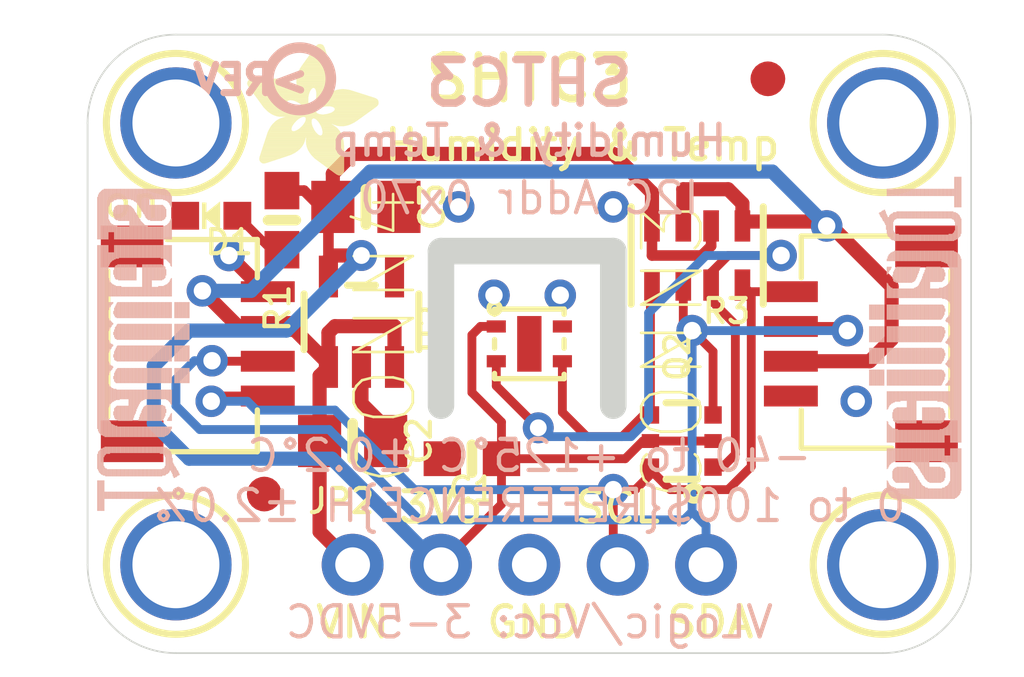
<source format=kicad_pcb>
(kicad_pcb (version 20211014) (generator pcbnew)
  (layers (0 "F.Cu" signal) (31 "B.Cu" signal) (34 "B.Paste" user) (35 "F.Paste" user) (36 "B.SilkS" user "B.Silkscreen") (37 "F.SilkS" user "F.Silkscreen") (38 "B.Mask" user) (39 "F.Mask" user) (44 "Edge.Cuts" user))
  (net 0 "")
  (net 1 "GND")
  (net 2 "SDA")
  (net 3 "SCL")
  (net 4 "SCL_3V")
  (net 5 "SDA_3V")
  (net 6 "3.3V")
  (net 7 "VCC")
  (net 8 "N$1")
  (footprint "boardEagle:ADAFRUIT_3.5MM" (layer "F.Cu") (at 140.3731 100.1776)
    (fp_text reference "U$22" hide)
    (fp_text value "" hide)
  )
  (footprint "boardEagle:0603-NO" (layer "F.Cu") (at 146.8501 108.3056 180)
    (fp_text reference "C1" (at -0.762 -0.889) (layer "F.SilkS") (effects (font (size 0.692831 0.692831) (thickness 0.119969)) (justify right)))
    (fp_text value "0.1uF")
    (pad "1" smd rect (at -0.85 0 180) (size 1.075 1) (layers "F.Cu" "F.Paste" "F.Mask") (net 6 "3.3V"))
    (pad "2" smd rect (at 0.85 0 180) (size 1.075 1) (layers "F.Cu" "F.Paste" "F.Mask") (net 1 "GND"))
  )
  (footprint "boardEagle:JST_SH4" (layer "F.Cu") (at 158.5341 105.0036 90)
    (fp_text reference "CONN3" (at -4.6 -5.9 90) (layer "F.SilkS") (effects (font (size 1.703222 1.703222) (thickness 0.074778)) (justify left)))
    (fp_text value "STEMMA_I2C_QT" hide)
    (pad "1" smd rect (at -1.5 -2.514 180) (size 1.55 0.6) (layers "F.Cu" "F.Paste" "F.Mask") (net 1 "GND"))
    (pad "2" smd rect (at -0.5 -2.514 180) (size 1.55 0.6) (layers "F.Cu" "F.Paste" "F.Mask") (net 7 "VCC"))
    (pad "3" smd rect (at 0.5 -2.514 180) (size 1.55 0.6) (layers "F.Cu" "F.Paste" "F.Mask") (net 2 "SDA"))
    (pad "4" smd rect (at 1.5 -2.514 180) (size 1.55 0.6) (layers "F.Cu" "F.Paste" "F.Mask") (net 3 "SCL"))
    (pad "MT1" smd rect (at -2.8 1.386 180) (size 1.8 1.2) (layers "F.Cu" "F.Paste" "F.Mask") (net 1 "GND"))
    (pad "MT2" smd rect (at 2.8 1.386 180) (size 1.8 1.2) (layers "F.Cu" "F.Paste" "F.Mask") (net 1 "GND"))
  )
  (footprint "boardEagle:1X05_ROUND_70" (layer "F.Cu") (at 148.5011 111.3536)
    (fp_text reference "JP2" (at -6.4262 -1.8288) (layer "F.SilkS") (effects (font (size 0.692831 0.692831) (thickness 0.119969)) (justify left)))
    (fp_text value "")
    (pad "1" thru_hole circle (at -5.08 0 90) (size 1.778 1.778) (drill 1) (layers *.Cu *.Mask) (net 7 "VCC"))
    (pad "2" thru_hole circle (at -2.54 0 90) (size 1.778 1.778) (drill 1) (layers *.Cu *.Mask) (net 6 "3.3V"))
    (pad "3" thru_hole circle (at 0 0 90) (size 1.778 1.778) (drill 1) (layers *.Cu *.Mask) (net 1 "GND"))
    (pad "4" thru_hole circle (at 2.54 0 90) (size 1.778 1.778) (drill 1) (layers *.Cu *.Mask) (net 3 "SCL"))
    (pad "5" thru_hole circle (at 5.08 0 90) (size 1.778 1.778) (drill 1) (layers *.Cu *.Mask) (net 2 "SDA"))
  )
  (footprint "boardEagle:RESPACK_4X0603" (layer "F.Cu") (at 153.3271 102.4636 180)
    (fp_text reference "R3" (at -1.6 -1.6) (layer "F.SilkS") (effects (font (size 0.692831 0.692831) (thickness 0.119969)) (justify right)))
    (fp_text value "10K")
    (pad "1" smd rect (at -1.3 0.85 180) (size 0.45 0.9) (layers "F.Cu" "F.Paste" "F.Mask") (net 7 "VCC"))
    (pad "2" smd rect (at -0.4 0.85 180) (size 0.45 0.9) (layers "F.Cu" "F.Paste" "F.Mask") (net 6 "3.3V"))
    (pad "3" smd rect (at 0.4 0.85 180) (size 0.45 0.9) (layers "F.Cu" "F.Paste" "F.Mask") (net 7 "VCC"))
    (pad "4" smd rect (at 1.3 0.85 180) (size 0.45 0.9) (layers "F.Cu" "F.Paste" "F.Mask") (net 6 "3.3V"))
    (pad "5" smd rect (at 1.3 -0.85 180) (size 0.45 0.9) (layers "F.Cu" "F.Paste" "F.Mask") (net 5 "SDA_3V"))
    (pad "6" smd rect (at 0.4 -0.85 180) (size 0.45 0.9) (layers "F.Cu" "F.Paste" "F.Mask") (net 2 "SDA"))
    (pad "7" smd rect (at -0.4 -0.85 180) (size 0.45 0.9) (layers "F.Cu" "F.Paste" "F.Mask") (net 4 "SCL_3V"))
    (pad "8" smd rect (at -1.3 -0.85 180) (size 0.45 0.9) (layers "F.Cu" "F.Paste" "F.Mask") (net 3 "SCL"))
  )
  (footprint "boardEagle:MOUNTINGHOLE_2.5_PLATED" (layer "F.Cu") (at 158.6611 98.6536)
    (fp_text reference "U$17" hide)
    (fp_text value "MOUNTINGHOLE2.5" hide)
    (pad "P$1" thru_hole circle (at 0 0) (size 3.2 3.2) (drill 2.5) (layers *.Cu *.Mask))
  )
  (footprint "boardEagle:MOUNTINGHOLE_2.5_PLATED" (layer "F.Cu") (at 158.6611 111.3536)
    (fp_text reference "U$21" hide)
    (fp_text value "MOUNTINGHOLE2.5" hide)
    (pad "P$1" thru_hole circle (at 0 0) (size 3.2 3.2) (drill 2.5) (layers *.Cu *.Mask))
  )
  (footprint "boardEagle:JST_SH4" (layer "F.Cu") (at 138.4681 105.0036 -90)
    (fp_text reference "CONN4" (at -4.6 -5.9 90) (layer "F.SilkS") (effects (font (size 1.703222 1.703222) (thickness 0.074778)) (justify right)))
    (fp_text value "STEMMA_I2C_QT" hide)
    (pad "1" smd rect (at -1.5 -2.514) (size 1.55 0.6) (layers "F.Cu" "F.Paste" "F.Mask") (net 1 "GND"))
    (pad "2" smd rect (at -0.5 -2.514) (size 1.55 0.6) (layers "F.Cu" "F.Paste" "F.Mask") (net 7 "VCC"))
    (pad "3" smd rect (at 0.5 -2.514) (size 1.55 0.6) (layers "F.Cu" "F.Paste" "F.Mask") (net 2 "SDA"))
    (pad "4" smd rect (at 1.5 -2.514) (size 1.55 0.6) (layers "F.Cu" "F.Paste" "F.Mask") (net 3 "SCL"))
    (pad "MT1" smd rect (at -2.8 1.386) (size 1.8 1.2) (layers "F.Cu" "F.Paste" "F.Mask") (net 1 "GND"))
    (pad "MT2" smd rect (at 2.8 1.386) (size 1.8 1.2) (layers "F.Cu" "F.Paste" "F.Mask") (net 1 "GND"))
  )
  (footprint "boardEagle:CHIPLED_0603_NOOUTLINE" (layer "F.Cu") (at 139.3571 101.3206 90)
    (fp_text reference "D1" (at -0.762 1.27) (layer "F.SilkS") (effects (font (size 0.692831 0.692831) (thickness 0.119969)) (justify right)))
    (fp_text value "GREEN")
    (pad "A" smd rect (at 0 0.75 90) (size 0.8 0.8) (layers "F.Cu" "F.Paste" "F.Mask") (net 8 "N$1"))
    (pad "C" smd rect (at 0 -0.75 90) (size 0.8 0.8) (layers "F.Cu" "F.Paste" "F.Mask") (net 1 "GND"))
  )
  (footprint "boardEagle:0805-NO" (layer "F.Cu") (at 143.8021 101.0666)
    (fp_text reference "C3" (at 1.905 -0.762 90) (layer "F.SilkS") (effects (font (size 0.692831 0.692831) (thickness 0.119969)) (justify right)))
    (fp_text value "10uF")
    (pad "1" smd rect (at -0.95 0) (size 1.24 1.5) (layers "F.Cu" "F.Paste" "F.Mask") (net 6 "3.3V"))
    (pad "2" smd rect (at 0.95 0) (size 1.24 1.5) (layers "F.Cu" "F.Paste" "F.Mask") (net 1 "GND"))
  )
  (footprint "boardEagle:SOT23-5" (layer "F.Cu") (at 143.6751 104.3686)
    (fp_text reference "U2" (at 2.032 -0.562 90) (layer "F.SilkS") (effects (font (size 0.692831 0.692831) (thickness 0.119969)) (justify right)))
    (fp_text value "AP2112K-3.3")
    (pad "1" smd rect (at -0.95 1.3001) (size 0.55 1.2) (layers "F.Cu" "F.Paste" "F.Mask") (net 7 "VCC"))
    (pad "2" smd rect (at 0 1.3001) (size 0.55 1.2) (layers "F.Cu" "F.Paste" "F.Mask") (net 1 "GND"))
    (pad "3" smd rect (at 0.95 1.3001) (size 0.55 1.2) (layers "F.Cu" "F.Paste" "F.Mask") (net 7 "VCC"))
    (pad "4" smd rect (at 0.95 -1.3001) (size 0.55 1.2) (layers "F.Cu" "F.Paste" "F.Mask"))
    (pad "5" smd rect (at -0.95 -1.3001) (size 0.55 1.2) (layers "F.Cu" "F.Paste" "F.Mask") (net 6 "3.3V"))
  )
  (footprint "boardEagle:0603-NO" (layer "F.Cu") (at 141.3891 101.4476 -90)
    (fp_text reference "R1" (at 1.778 0.127 90) (layer "F.SilkS") (effects (font (size 0.692831 0.692831) (thickness 0.119969)) (justify right)))
    (fp_text value "10K")
    (pad "1" smd rect (at -0.85 0 270) (size 1.075 1) (layers "F.Cu" "F.Paste" "F.Mask") (net 6 "3.3V"))
    (pad "2" smd rect (at 0.85 0 270) (size 1.075 1) (layers "F.Cu" "F.Paste" "F.Mask") (net 8 "N$1"))
  )
  (footprint "boardEagle:MOUNTINGHOLE_2.5_PLATED" (layer "F.Cu") (at 138.3411 98.6536)
    (fp_text reference "U$1" hide)
    (fp_text value "MOUNTINGHOLE2.5" hide)
    (pad "P$1" thru_hole circle (at 0 0) (size 3.2 3.2) (drill 2.5) (layers *.Cu *.Mask))
  )
  (footprint "boardEagle:SOT363" (layer "F.Cu") (at 152.8826 107.7976 90)
    (fp_text reference "Q2" (at 1.651 -0.127 90) (layer "F.SilkS") (effects (font (size 0.692831 0.692831) (thickness 0.119969)) (justify left)))
    (fp_text value "BSS138")
    (pad "1" smd rect (at -0.75 0.9 90) (size 0.5 0.5) (layers "F.Cu" "F.Paste" "F.Mask") (net 4 "SCL_3V"))
    (pad "2" smd rect (at 0 0.9 90) (size 0.4 0.5) (layers "F.Cu" "F.Paste" "F.Mask") (net 6 "3.3V"))
    (pad "3" smd rect (at 0.75 0.9 90) (size 0.5 0.5) (layers "F.Cu" "F.Paste" "F.Mask") (net 2 "SDA"))
    (pad "4" smd rect (at 0.75 -0.9 90) (size 0.5 0.5) (layers "F.Cu" "F.Paste" "F.Mask") (net 5 "SDA_3V"))
    (pad "5" smd rect (at 0 -0.9 90) (size 0.4 0.5) (layers "F.Cu" "F.Paste" "F.Mask") (net 6 "3.3V"))
    (pad "6" smd rect (at -0.75 -0.9 90) (size 0.5 0.5) (layers "F.Cu" "F.Paste" "F.Mask") (net 3 "SCL"))
  )
  (footprint "boardEagle:SHTC3" (layer "F.Cu") (at 148.5011 105.0036)
    (fp_text reference "X1" hide)
    (fp_text value "SHTC3" hide)
    (pad "1" smd rect (at -0.95 -0.5 90) (size 0.35 0.55) (layers "F.Cu" "F.Mask") (net 6 "3.3V"))
    (pad "2" smd rect (at -0.95 0.5 90) (size 0.35 0.55) (layers "F.Cu" "F.Mask") (net 4 "SCL_3V"))
    (pad "3" smd rect (at 0.95 0.5 90) (size 0.35 0.55) (layers "F.Cu" "F.Mask") (net 5 "SDA_3V"))
    (pad "4" smd rect (at 0.95 -0.5 90) (size 0.35 0.55) (layers "F.Cu" "F.Mask") (net 1 "GND"))
    (pad "MNT" smd rect (at 0 0 90) (size 1.6 0.7) (layers "F.Cu" "F.Mask") (net 1 "GND"))
  )
  (footprint "boardEagle:FIDUCIAL_1MM" (layer "F.Cu") (at 140.8811 109.3216)
    (fp_text reference "FID3" hide)
    (fp_text value "FIDUCIAL_1MM" hide)
    (pad "1" smd roundrect (at 0 0) (size 1 1) (layers "F.Cu" "F.Mask") (roundrect_rratio 0.5))
  )
  (footprint "boardEagle:0805-NO" (layer "F.Cu") (at 143.4211 107.7976)
    (fp_text reference "C2" (at 1.905 -0.762 90) (layer "F.SilkS") (effects (font (size 0.692831 0.692831) (thickness 0.119969)) (justify right)))
    (fp_text value "10uF")
    (pad "1" smd rect (at -0.95 0) (size 1.24 1.5) (layers "F.Cu" "F.Paste" "F.Mask") (net 7 "VCC"))
    (pad "2" smd rect (at 0.95 0) (size 1.24 1.5) (layers "F.Cu" "F.Paste" "F.Mask") (net 1 "GND"))
  )
  (footprint "boardEagle:MOUNTINGHOLE_2.5_PLATED" (layer "F.Cu") (at 138.3411 111.3536)
    (fp_text reference "U$19" hide)
    (fp_text value "MOUNTINGHOLE2.5" hide)
    (pad "P$1" thru_hole circle (at 0 0) (size 3.2 3.2) (drill 2.5) (layers *.Cu *.Mask))
  )
  (footprint "boardEagle:FIDUCIAL_1MM" (layer "F.Cu") (at 155.3591 97.3836)
    (fp_text reference "FID4" hide)
    (fp_text value "FIDUCIAL_1MM" hide)
    (pad "1" smd roundrect (at 0 0) (size 1 1) (layers "F.Cu" "F.Mask") (roundrect_rratio 0.5))
  )
  (footprint "boardEagle:STEMMAQT" (layer "B.Cu") (at 138.7221 100.5586 -90)
    (fp_text reference "U$31" hide)
    (fp_text value "" hide)
  )
  (footprint "boardEagle:STEMMAQT" (layer "B.Cu") (at 158.2801 109.4486 90)
    (fp_text reference "U$30" hide)
    (fp_text value "" hide)
  )
  (footprint "boardEagle:PCBFEAT-REV-040" (layer "B.Cu") (at 141.8971 97.3836 180)
    (fp_text reference "U$25" hide)
    (fp_text value "" hide)
    (fp_text user ">REV" (at -0.3556 -0.508) (layer "B.SilkS") (effects (font (size 0.8128 0.8128) (thickness 0.2032)) (justify left bottom mirror)))
  )
  (gr_line (start 145.9611 106.7816) (end 145.9611 102.3366) (layer "Edge.Cuts") (width 0.762))
  (gr_line (start 150.9141 102.3366) (end 150.9141 106.7816) (layer "Edge.Cuts") (width 0.762))
  (gr_arc (start 161.2011 111.3536) (mid 160.457151 113.149651) (end 158.6611 113.8936) (layer "Edge.Cuts") (width 0.05))
  (gr_arc (start 158.6611 96.1136) (mid 160.457151 96.857549) (end 161.2011 98.6536) (layer "Edge.Cuts") (width 0.05))
  (gr_line (start 138.3411 113.8936) (end 158.6611 113.8936) (layer "Edge.Cuts") (width 0.05))
  (gr_line (start 145.9611 102.3366) (end 150.9141 102.3366) (layer "Edge.Cuts") (width 0.762))
  (gr_arc (start 135.8011 98.6536) (mid 136.545049 96.857549) (end 138.3411 96.1136) (layer "Edge.Cuts") (width 0.05))
  (gr_line (start 158.6611 96.1136) (end 138.3411 96.1136) (layer "Edge.Cuts") (width 0.05))
  (gr_line (start 161.2011 111.3536) (end 161.2011 98.6536) (layer "Edge.Cuts") (width 0.05))
  (gr_line (start 135.8011 98.6536) (end 135.8011 111.3536) (layer "Edge.Cuts") (width 0.05))
  (gr_arc (start 138.3411 113.8936) (mid 136.545049 113.149651) (end 135.8011 111.3536) (layer "Edge.Cuts") (width 0.05))
  (gr_text "Humidity & Temp" (at 148.5011 99.1616) (layer "B.SilkS") (effects (font (size 0.8636 0.8636) (thickness 0.1524)) (justify mirror)))
  (gr_text "I2C Addr 0x70" (at 148.5011 100.8126) (layer "B.SilkS") (effects (font (size 0.89408 0.89408) (thickness 0.12192)) (justify mirror)))
  (gr_text "-40 to +125°C ±0.2°C\n0 to 100%RH ±2.0%" (at 148.5011 108.9406) (layer "B.SilkS") (effects (font (size 0.89408 0.89408) (thickness 0.12192)) (justify mirror)))
  (gr_text "SHTC3" (at 148.5011 97.5106) (layer "B.SilkS") (effects (font (size 1.25222 1.25222) (thickness 0.22098)) (justify mirror)))
  (gr_text "VLogic/Vcc: 3-5VDC" (at 148.5011 113.0046) (layer "B.SilkS") (effects (font (size 0.89408 0.89408) (thickness 0.12192)) (justify mirror)))
  (gr_text "SCL" (at 151.0411 109.7026) (layer "F.SilkS") (effects (font (size 0.87376 0.87376) (thickness 0.14224))))
  (gr_text "3Vo" (at 145.9611 109.7026) (layer "F.SilkS") (effects (font (size 0.87376 0.87376) (thickness 0.14224))))
  (gr_text "SHTC3" (at 148.5011 97.3836) (layer "F.SilkS") (effects (font (size 1.25222 1.25222) (thickness 0.22098))))
  (gr_text "SDA" (at 153.7081 113.0046) (layer "F.SilkS") (effects (font (size 0.87376 0.87376) (thickness 0.14224))))
  (gr_text "on" (at 136.1821 101.4476) (layer "F.SilkS") (effects (font (size 0.89408 0.89408) (thickness 0.12192)) (justify left bottom)))
  (gr_text "GND" (at 148.6281 113.0046) (layer "F.SilkS") (effects (font (size 0.87376 0.87376) (thickness 0.14224))))
  (gr_text "Humidity & Temp" (at 150.0251 99.2886) (layer "F.SilkS") (effects (font (size 0.8636 0.8636) (thickness 0.1524))))
  (gr_text "VIN" (at 143.4211 113.0046) (layer "F.SilkS") (effects (font (size 0.87376 0.87376) (thickness 0.14224))))
  (segment (start 144.3711 107.7976) (end 144.3711 107.4166) (width 0.4064) (layer "F.Cu") (net 1))
  (segment (start 144.3711 107.4166) (end 143.6751 106.7206) (width 0.4064) (layer "F.Cu") (net 1))
  (segment (start 143.6751 105.6687) (end 143.6751 106.7206) (width 0.4064) (layer "F.Cu") (net 1))
  (segment (start 140.9051 103.5036) (end 139.8651 102.4636) (width 0.4064) (layer "F.Cu") (net 1))
  (segment (start 140.9821 103.5036) (end 140.9051 103.5036) (width 0.4064) (layer "F.Cu") (net 1))
  (via (at 149.3901 103.6066) (size 0.9064) (drill 0.5) (layers "F.Cu" "B.Cu") (net 1))
  (via (at 150.9141 101.0666) (size 0.9064) (drill 0.5) (layers "F.Cu" "B.Cu") (net 1))
  (via (at 139.8651 102.4636) (size 0.9064) (drill 0.5) (layers "F.Cu" "B.Cu") (net 1))
  (via (at 146.4691 101.0666) (size 0.9064) (drill 0.5) (layers "F.Cu" "B.Cu") (net 1))
  (via (at 157.8991 106.6546) (size 0.9064) (drill 0.5) (layers "F.Cu" "B.Cu") (net 1))
  (via (at 147.4851 103.6066) (size 0.9064) (drill 0.5) (layers "F.Cu" "B.Cu") (net 1))
  (segment (start 140.9821 105.5036) (end 139.379706 105.5036) (width 0.254) (layer "F.Cu") (net 2))
  (segment (start 139.379706 105.5036) (end 139.379706 105.488994) (width 0.254) (layer "F.Cu") (net 2))
  (segment (start 153.1811 104.6226) (end 152.9271 104.3686) (width 0.254) (layer "F.Cu") (net 2))
  (segment (start 157.5261 104.5036) (end 157.6451 104.6226) (width 0.254) (layer "F.Cu") (net 2))
  (segment (start 153.7826 107.0476) (end 153.7826 105.2241) (width 0.254) (layer "F.Cu") (net 2))
  (segment (start 153.7826 105.2241) (end 153.1811 104.6226) (width 0.254) (layer "F.Cu") (net 2))
  (segment (start 156.0201 104.5036) (end 157.5261 104.5036) (width 0.254) (layer "F.Cu") (net 2))
  (segment (start 152.9271 104.3686) (end 152.9271 103.3136) (width 0.254) (layer "F.Cu") (net 2))
  (via (at 139.379706 105.488994) (size 0.9064) (drill 0.5) (layers "F.Cu" "B.Cu") (net 2))
  (via (at 157.6451 104.6226) (size 0.9064) (drill 0.5) (layers "F.Cu" "B.Cu") (net 2))
  (via (at 153.1811 104.6226) (size 0.9064) (drill 0.5) (layers "F.Cu" "B.Cu") (net 2))
  (segment (start 153.5811 110.2296) (end 153.5811 111.3536) (width 0.254) (layer "B.Cu") (net 2))
  (segment (start 139.379706 105.488994) (end 138.871706 105.488994) (width 0.254) (layer "B.Cu") (net 2))
  (segment (start 139.0269 107.4674) (end 142.745 107.4674) (width 0.254) (layer "B.Cu") (net 2))
  (segment (start 142.745 107.4674) (end 145.3422 110.0646) (width 0.254) (layer "B.Cu") (net 2))
  (segment (start 138.3411 106.0196) (end 138.3411 106.7816) (width 0.254) (layer "B.Cu") (net 2))
  (segment (start 138.3411 106.7816) (end 139.0269 107.4674) (width 0.254) (layer "B.Cu") (net 2))
  (segment (start 157.6451 104.6226) (end 153.1811 104.6226) (width 0.254) (layer "B.Cu") (net 2))
  (segment (start 153.1811 109.8296) (end 153.1811 104.6226) (width 0.254) (layer "B.Cu") (net 2))
  (segment (start 152.9461 110.0646) (end 153.1811 109.8296) (width 0.254) (layer "B.Cu") (net 2))
  (segment (start 138.871706 105.488994) (end 138.3411 106.0196) (width 0.254) (layer "B.Cu") (net 2))
  (segment (start 153.1811 109.8296) (end 153.5811 110.2296) (width 0.254) (layer "B.Cu") (net 2))
  (segment (start 145.3422 110.0646) (end 152.9461 110.0646) (width 0.254) (layer "B.Cu") (net 2))
  (segment (start 139.5081 106.5036) (end 139.3571 106.6546) (width 0.254) (layer "F.Cu") (net 3))
  (segment (start 154.8811 103.5676) (end 154.8811 108.5296) (width 0.254) (layer "F.Cu") (net 3))
  (segment (start 154.8811 108.5296) (end 154.2161 109.1946) (width 0.254) (layer "F.Cu") (net 3))
  (segment (start 156.0201 103.5036) (end 154.8171 103.5036) (width 0.254) (layer "F.Cu") (net 3))
  (segment (start 150.9141 111.2266) (end 151.0411 111.3536) (width 0.254) (layer "F.Cu") (net 3))
  (segment (start 150.9141 109.1946) (end 150.9141 111.2266) (width 0.254) (layer "F.Cu") (net 3))
  (segment (start 140.9821 106.5036) (end 139.5081 106.5036) (width 0.254) (layer "F.Cu") (net 3))
  (segment (start 154.2161 109.1946) (end 152.5541 109.1946) (width 0.254) (layer "F.Cu") (net 3))
  (segment (start 154.6271 103.3136) (end 154.8811 103.5676) (width 0.254) (layer "F.Cu") (net 3))
  (segment (start 151.9826 108.5476) (end 151.9826 108.6231) (width 0.254) (layer "F.Cu") (net 3))
  (segment (start 154.8171 103.5036) (end 154.6271 103.3136) (width 0.254) (layer "F.Cu") (net 3))
  (segment (start 150.9141 109.1946) (end 151.5491 109.1946) (width 0.254) (layer "F.Cu") (net 3))
  (segment (start 151.9826 108.5476) (end 152.08935 108.65435) (width 0.254) (layer "F.Cu") (net 3))
  (segment (start 152.08935 108.65435) (end 151.5491 109.1946) (width 0.254) (layer "F.Cu") (net 3))
  (segment (start 152.5541 109.1946) (end 151.9826 108.6231) (width 0.254) (layer "F.Cu") (net 3))
  (via (at 150.9141 109.1946) (size 0.9064) (drill 0.5) (layers "F.Cu" "B.Cu") (net 3))
  (via (at 139.3571 106.6546) (size 0.9064) (drill 0.5) (layers "F.Cu" "B.Cu") (net 3))
  (segment (start 140.396262 106.6546) (end 140.650262 106.9086) (width 0.254) (layer "B.Cu") (net 3))
  (segment (start 139.3571 106.6546) (end 140.396262 106.6546) (width 0.254) (layer "B.Cu") (net 3))
  (segment (start 150.9141 109.1946) (end 145.1991 109.1946) (width 0.254) (layer "B.Cu") (net 3))
  (segment (start 145.1991 109.1946) (end 142.9131 106.9086) (width 0.254) (layer "B.Cu") (net 3))
  (segment (start 142.9131 106.9086) (end 140.650262 106.9086) (width 0.254) (layer "B.Cu") (net 3))
  (segment (start 153.7271 103.3136) (end 153.7271 102.9526) (width 0.254) (layer "F.Cu") (net 4))
  (segment (start 154.4239 108.1786) (end 154.0549 108.5476) (width 0.254) (layer "F.Cu") (net 4))
  (segment (start 148.7583 107.4166) (end 148.7551 107.4166) (width 0.254) (layer "F.Cu") (net 4))
  (segment (start 147.5511 105.5036) (end 147.5511 106.2126) (width 0.254) (layer "F.Cu") (net 4))
  (segment (start 154.2161 102.4636) (end 155.7401 102.4636) (width 0.254) (layer "F.Cu") (net 4))
  (segment (start 153.7271 103.3136) (end 153.7271 103.7526) (width 0.254) (layer "F.Cu") (net 4))
  (segment (start 153.7826 108.5476) (end 154.0549 108.5476) (width 0.254) (layer "F.Cu") (net 4))
  (segment (start 154.4239 104.4494) (end 154.4239 108.1786) (width 0.254) (layer "F.Cu") (net 4))
  (segment (start 153.7271 102.9526) (end 154.2161 102.4636) (width 0.254) (layer "F.Cu") (net 4))
  (segment (start 148.7551 107.4166) (end 147.5511 106.2126) (width 0.254) (layer "F.Cu") (net 4))
  (segment (start 153.7271 103.7526) (end 154.4239 104.4494) (width 0.254) (layer "F.Cu") (net 4))
  (via (at 148.7583 107.4166) (size 0.889) (drill 0.4826) (layers "F.Cu" "B.Cu") (net 4))
  (via (at 155.7401 102.4636) (size 0.9064) (drill 0.5) (layers "F.Cu" "B.Cu") (net 4))
  (segment (start 151.4221 107.6706) (end 151.9301 107.1626) (width 0.254) (layer "B.Cu") (net 4))
  (segment (start 151.4221 107.6706) (end 149.0123 107.6706) (width 0.254) (layer "B.Cu") (net 4))
  (segment (start 151.9301 107.1626) (end 151.9301 104.1146) (width 0.254) (layer "B.Cu") (net 4))
  (segment (start 151.9301 104.1146) (end 153.5811 102.4636) (width 0.254) (layer "B.Cu") (net 4))
  (segment (start 149.0123 107.6706) (end 148.7583 107.4166) (width 0.254) (layer "B.Cu") (net 4))
  (segment (start 153.5811 102.4636) (end 155.7401 102.4636) (width 0.254) (layer "B.Cu") (net 4))
  (segment (start 151.9826 103.3581) (end 151.9826 107.0476) (width 0.254) (layer "F.Cu") (net 5))
  (segment (start 150.1521 107.6706) (end 151.1691 107.6706) (width 0.254) (layer "F.Cu") (net 5))
  (segment (start 152.0271 103.3136) (end 151.9826 103.3581) (width 0.254) (layer "F.Cu") (net 5))
  (segment (start 149.4511 105.5036) (end 149.4511 106.9696) (width 0.254) (layer "F.Cu") (net 5))
  (segment (start 149.4511 106.9696) (end 150.1521 107.6706) (width 0.254) (layer "F.Cu") (net 5))
  (segment (start 151.7921 107.0476) (end 151.1691 107.6706) (width 0.254) (layer "F.Cu") (net 5))
  (segment (start 151.7921 107.0476) (end 151.9826 107.0476) (width 0.254) (layer "F.Cu") (net 5))
  (segment (start 147.7001 107.2506) (end 147.7001 108.3056) (width 0.254) (layer "F.Cu") (net 6))
  (segment (start 147.7001 109.6146) (end 145.9611 111.3536) (width 0.254) (layer "F.Cu") (net 6))
  (segment (start 142.7251 102.5906) (end 142.7251 103.0685) (width 0.3048) (layer "F.Cu") (net 6))
  (segment (start 147.7001 108.3056) (end 151.257625 108.3056) (width 0.254) (layer "F.Cu") (net 6))
  (segment (start 147.5511 104.5036) (end 147.0961 104.5036) (width 0.254) (layer "F.Cu") (net 6))
  (segment (start 153.7271 101.6136) (end 153.7271 102.1906) (width 0.3048) (layer "F.Cu") (net 6))
  (segment (start 151.765625 107.7976) (end 151.257625 108.3056) (width 0.254) (layer "F.Cu") (net 6))
  (segment (start 146.8501 104.7496) (end 146.8501 106.4006) (width 0.254) (layer "F.Cu") (net 6))
  (segment (start 147.7001 108.3056) (end 147.7001 109.6146) (width 0.254) (layer "F.Cu") (net 6))
  (segment (start 147.0961 104.5036) (end 146.8501 104.7496) (width 0.254) (layer "F.Cu") (net 6))
  (segment (start 146.8501 106.4006) (end 147.7001 107.2506) (width 0.254) (layer "F.Cu") (net 6))
  (segment (start 142.4931 101.0666) (end 142.8521 101.0666) (width 0.3048) (layer "F.Cu") (net 6))
  (segment (start 141.3891 100.5976) (end 142.0241 100.5976) (width 0.3048) (layer "F.Cu") (net 6))
  (segment (start 143.4211 99.5426) (end 150.9141 99.5426) (width 0.4064) (layer "F.Cu") (net 6))
  (segment (start 150.9141 99.5426) (end 152.0271 100.6556) (width 0.4064) (layer "F.Cu") (net 6))
  (segment (start 153.4541 102.4636) (end 152.0271 102.4636) (width 0.3048) (layer "F.Cu") (net 6))
  (segment (start 142.4931 101.0666) (end 142.0241 100.5976) (width 0.3048) (layer "F.Cu") (net 6))
  (segment (start 142.8521 102.4636) (end 142.7251 102.5906) (width 0.4064) (layer "F.Cu") (net 6))
  (segment (start 151.765625 107.7976) (end 151.9826 107.7976) (width 0.254) (layer "F.Cu") (net 6))
  (segment (start 142.8521 100.1116) (end 143.4211 99.5426) (width 0.4064) (layer "F.Cu") (net 6))
  (segment (start 153.7271 102.1906) (end 153.4541 102.4636) (width 0.3048) (layer "F.Cu") (net 6))
  (segment (start 142.7251 101.1936) (end 142.7251 102.5906) (width 0.3048) (layer "F.Cu") (net 6))
  (segment (start 152.0271 102.4636) (end 152.0271 101.6136) (width 0.3048) (layer "F.Cu") (net 6))
  (segment (start 142.8521 101.0666) (end 142.7251 101.1936) (width 0.3048) (layer "F.Cu") (net 6))
  (segment (start 151.9826 107.7976) (end 153.7826 107.7976) (width 0.254) (layer "F.Cu") (net 6))
  (segment (start 143.6751 102.4636) (end 142.8521 102.4636) (width 0.4064) (layer "F.Cu") (net 6))
  (segment (start 152.0271 100.6556) (end 152.0271 101.6136) (width 0.4064) (layer "F.Cu") (net 6))
  (segment (start 142.8521 101.0666) (end 142.8521 100.1116) (width 0.4064) (layer "F.Cu") (net 6))
  (via (at 143.6751 102.4636) (size 0.889) (drill 0.4826) (layers "F.Cu" "B.Cu") (net 6))
  (segment (start 137.7061 107.2896) (end 137.7061 105.6386) (width 0.4064) (layer "B.Cu") (net 6))
  (segment (start 142.828856 108.3056) (end 145.876856 111.3536) (width 0.4064) (layer "B.Cu") (net 6))
  (segment (start 138.7221 108.3056) (end 142.828856 108.3056) (width 0.4064) (layer "B.Cu") (net 6))
  (segment (start 138.7221 104.6226) (end 141.5161 104.6226) (width 0.4064) (layer "B.Cu") (net 6))
  (segment (start 137.7061 107.2896) (end 138.7221 108.3056) (width 0.4064) (layer "B.Cu") (net 6))
  (segment (start 137.7061 105.6386) (end 138.7221 104.6226) (width 0.4064) (layer "B.Cu") (net 6))
  (segment (start 141.5161 104.6226) (end 143.6751 102.4636) (width 0.4064) (layer "B.Cu") (net 6))
  (segment (start 145.876856 111.3536) (end 145.9611 111.3536) (width 0.4064) (layer "B.Cu") (net 6))
  (segment (start 157.1761 101.6136) (end 157.0491 101.6136) (width 0.4064) (layer "F.Cu") (net 7))
  (segment (start 144.6251 104.4956) (end 142.9131 104.4956) (width 0.4064) (layer "F.Cu") (net 7))
  (segment (start 144.6251 105.6687) (end 144.6251 104.4956) (width 0.4064) (layer "F.Cu") (net 7))
  (segment (start 158.9151 103.3526) (end 157.1761 101.6136) (width 0.4064) (layer "F.Cu") (net 7))
  (segment (start 154.6271 101.6136) (end 154.7541 101.4866) (width 0.4064) (layer "F.Cu") (net 7))
  (segment (start 156.0201 105.5036) (end 158.2881 105.5036) (width 0.4064) (layer "F.Cu") (net 7))
  (segment (start 158.9151 104.8766) (end 158.9151 103.3526) (width 0.4064) (layer "F.Cu") (net 7))
  (segment (start 152.9271 101.6136) (end 152.9271 100.5586) (width 0.4064) (layer "F.Cu") (net 7))
  (segment (start 142.4711 107.7976) (end 142.4711 110.4036) (width 0.4064) (layer "F.Cu") (net 7))
  (segment (start 140.1271 104.5036) (end 139.1031 103.4796) (width 0.4064) (layer "F.Cu") (net 7))
  (segment (start 142.9131 104.4956) (end 142.7251 104.6836) (width 0.4064) (layer "F.Cu") (net 7))
  (segment (start 156.9221 101.4866) (end 154.7541 101.4866) (width 0.4064) (layer "F.Cu") (net 7))
  (segment (start 142.7251 104.6836) (end 142.7251 105.5726) (width 0.4064) (layer "F.Cu") (net 7))
  (segment (start 140.9821 104.5036) (end 141.6561 104.5036) (width 0.4064) (layer "F.Cu") (net 7))
  (segment (start 142.4711 105.9227) (end 142.4711 107.7976) (width 0.4064) (layer "F.Cu") (net 7))
  (segment (start 157.0491 101.6136) (end 156.9221 101.4866) (width 0.4064) (layer "F.Cu") (net 7))
  (segment (start 142.7251 105.5726) (end 142.7251 105.6687) (width 0.4064) (layer "F.Cu") (net 7))
  (segment (start 154.6271 100.9696) (end 154.2161 100.5586) (width 0.4064) (layer "F.Cu") (net 7))
  (segment (start 142.7251 105.6687) (end 142.4711 105.9227) (width 0.4064) (layer "F.Cu") (net 7))
  (segment (start 154.6271 100.9696) (end 154.6271 101.6136) (width 0.4064) (layer "F.Cu") (net 7))
  (segment (start 141.6561 104.5036) (end 142.7251 105.5726) (width 0.4064) (layer "F.Cu") (net 7))
  (segment (start 158.2881 105.5036) (end 158.9151 104.8766) (width 0.4064) (layer "F.Cu") (net 7))
  (segment (start 152.9271 100.5586) (end 154.2161 100.5586) (width 0.4064) (layer "F.Cu") (net 7))
  (segment (start 140.9821 104.5036) (end 140.1271 104.5036) (width 0.4064) (layer "F.Cu") (net 7))
  (segment (start 142.4711 110.4036) (end 143.4211 111.3536) (width 0.4064) (layer "F.Cu") (net 7))
  (via (at 157.0491 101.6136) (size 0.9064) (drill 0.5) (layers "F.Cu" "B.Cu") (net 7))
  (via (at 139.1031 103.4796) (size 0.9064) (drill 0.5) (layers "F.Cu" "B.Cu") (net 7))
  (segment (start 143.9291 100.0506) (end 140.5001 103.4796) (width 0.4064) (layer "B.Cu") (net 7))
  (segment (start 155.4861 100.0506) (end 143.9291 100.0506) (width 0.4064) (layer "B.Cu") (net 7))
  (segment (start 139.1031 103.4796) (end 140.5001 103.4796) (width 0.4064) (layer "B.Cu") (net 7))
  (segment (start 157.0491 101.6136) (end 155.4861 100.0506) (width 0.4064) (layer "B.Cu") (net 7))
  (segment (start 140.1071 101.3206) (end 141.0841 102.2976) (width 0.254) (layer "F.Cu") (net 8))
  (segment (start 141.0841 102.2976) (end 141.3891 102.2976) (width 0.254) (layer "F.Cu") (net 8))
)
</source>
